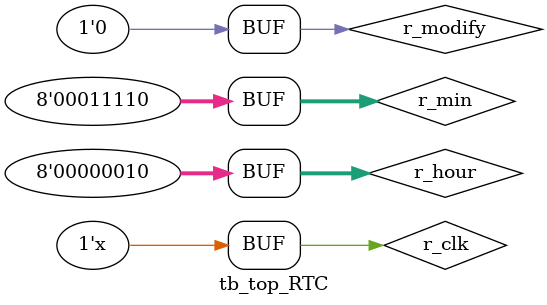
<source format=v>
`timescale 1ns / 1ps


module tb_top_RTC (
    );
    
    reg r_clk, r_modify;
    reg [7:0] r_min = 0, r_hour = 0;
    wire [7:0] w_msec, w_sec, w_min, w_hour;
    
    top_RTC DUT (
        .i_clk(r_clk), .i_modify(r_modify),
        .i_im_min(r_min), .i_im_hour(r_hour),
        .o_msec(w_msec), .o_sec(w_sec),
        .o_min(w_min), .o_hour(w_hour)
    );
    
    always #5 r_clk = ~r_clk;
    
    initial begin
        #00 r_clk = 0; r_modify = 0;
        #500 r_min = 30; r_hour = 2;
        #10 r_modify = 1;
        #10 r_modify = 0;
    end
    
endmodule

</source>
